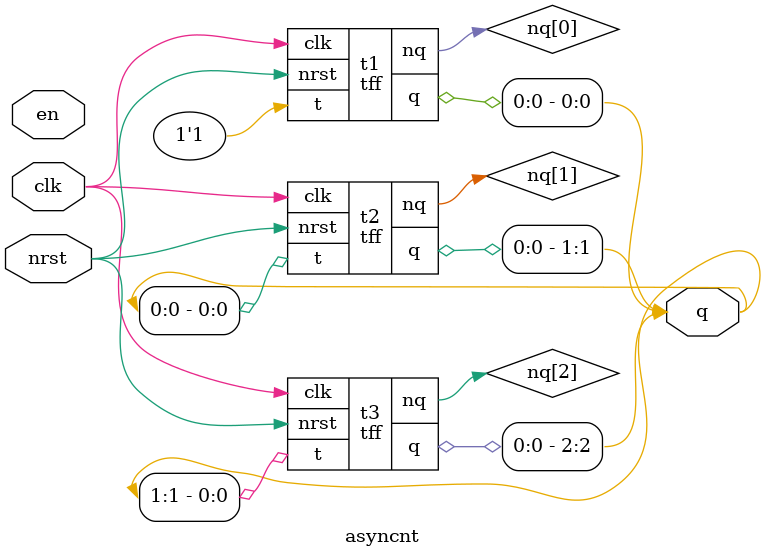
<source format=sv>
module tff(output q, nq, input t, clk, nrst);
    logic ns, nr, ns1, nr1, j, k;
    nand n1(ns, clk, j), n2(nr, clk, k),
    n3(q, ns, nq), n4(nq, nr, q, nrst),
    n5(ns1, !clk, t, nq), n6(nr1, !clk, t, q),
    n7(j, ns1, k), n8(k, nr1, j, nrst);
endmodule

module asyncnt(output [2:0] q, input en, clk, nrst);
    logic nq[2:0];

    tff t1(q[0],nq[0],1, clk, nrst);
    tff t2(q[1],nq[1],q[0], clk,nrst );
    tff t3(q[2],nq[2],q[1], clk,nrst );
endmodule
</source>
